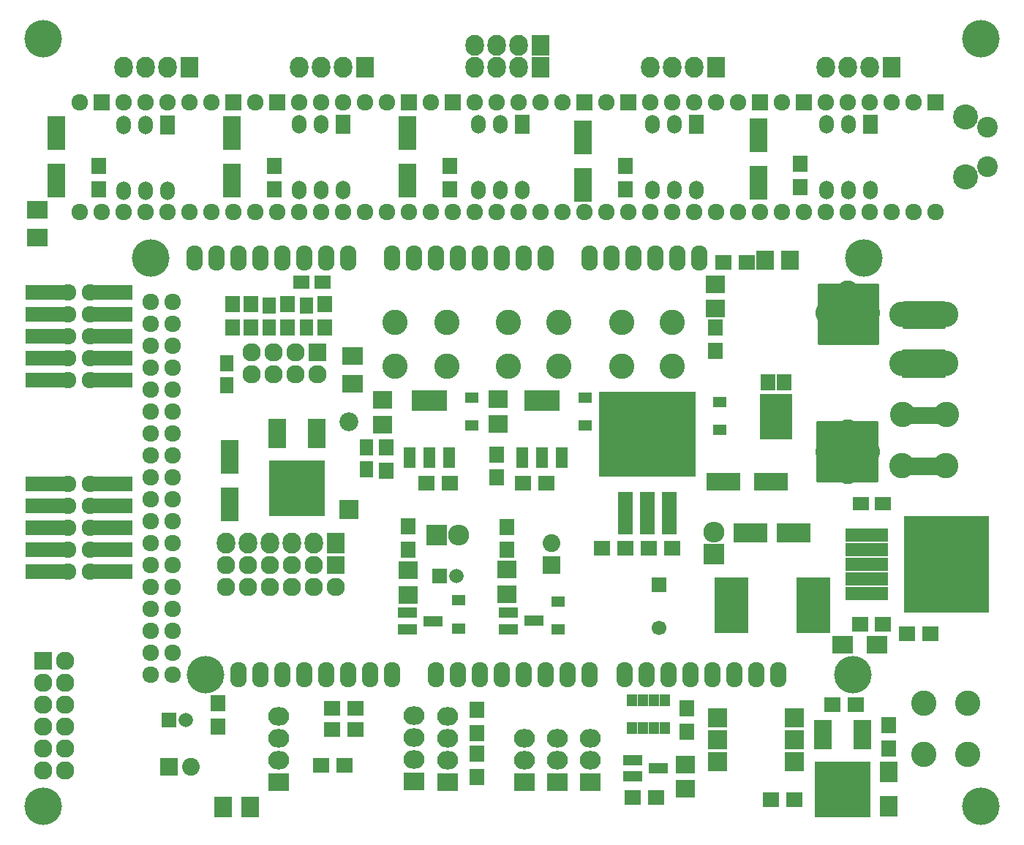
<source format=gbr>
G04 #@! TF.FileFunction,Soldermask,Top*
%FSLAX46Y46*%
G04 Gerber Fmt 4.6, Leading zero omitted, Abs format (unit mm)*
G04 Created by KiCad (PCBNEW 4.0.2-stable) date 4/3/2017 9:44:54 PM*
%MOMM*%
G01*
G04 APERTURE LIST*
%ADD10C,0.100000*%
%ADD11O,1.924000X2.940000*%
%ADD12C,4.337000*%
%ADD13C,1.924000*%
%ADD14R,1.924000X1.924000*%
%ADD15C,2.940000*%
%ADD16R,3.999180X2.000200*%
%ADD17R,3.956000X6.400000*%
%ADD18R,2.000200X3.999180*%
%ADD19R,1.620000X1.310000*%
%ADD20R,1.650000X1.900000*%
%ADD21R,1.900000X1.650000*%
%ADD22R,4.057600X2.432000*%
%ADD23R,1.416000X2.432000*%
%ADD24R,1.900000X1.700000*%
%ADD25R,2.432000X2.127200*%
%ADD26O,2.432000X2.127200*%
%ADD27R,2.127200X2.432000*%
%ADD28O,2.127200X2.432000*%
%ADD29R,1.700000X1.900000*%
%ADD30R,5.000000X1.500000*%
%ADD31R,9.800000X11.200000*%
%ADD32R,1.790000X5.000000*%
%ADD33R,11.200000X9.800000*%
%ADD34R,3.900120X2.200860*%
%ADD35R,1.997660X2.200860*%
%ADD36R,2.200860X1.997660*%
%ADD37C,2.400000*%
%ADD38C,2.900000*%
%ADD39R,2.127200X2.127200*%
%ADD40O,2.127200X2.127200*%
%ADD41C,2.432000*%
%ADD42O,1.670000X2.178000*%
%ADD43R,1.670000X2.178000*%
%ADD44R,2.051000X3.448000*%
%ADD45R,6.496000X6.496000*%
%ADD46R,1.300000X1.416000*%
%ADD47R,2.200860X1.200100*%
%ADD48R,1.700000X1.700000*%
%ADD49C,1.700000*%
%ADD50C,2.178000*%
%ADD51R,2.178000X2.178000*%
%ADD52R,2.432000X2.432000*%
%ADD53O,2.432000X2.432000*%
%ADD54R,2.051000X2.051000*%
%ADD55C,2.051000*%
%ADD56R,1.670000X1.797000*%
%ADD57C,1.670000*%
%ADD58R,2.200000X2.200000*%
%ADD59R,2.000000X2.400000*%
%ADD60R,2.400000X2.000000*%
%ADD61R,1.797000X1.924000*%
%ADD62R,3.778200X5.276800*%
%ADD63R,4.718000X1.670000*%
%ADD64R,2.429460X2.051000*%
%ADD65R,2.051000X2.429460*%
%ADD66C,0.254000*%
G04 APERTURE END LIST*
D10*
D11*
X148082000Y-124460000D03*
X145542000Y-124460000D03*
X143002000Y-124460000D03*
X140462000Y-124460000D03*
X137922000Y-124460000D03*
X135382000Y-124460000D03*
X132842000Y-124460000D03*
X130302000Y-124460000D03*
X125222000Y-76200000D03*
X127762000Y-76200000D03*
X130302000Y-76200000D03*
X132842000Y-76200000D03*
X143002000Y-76200000D03*
X148082000Y-76200000D03*
X150622000Y-76200000D03*
X140462000Y-76200000D03*
X137922000Y-76200000D03*
X135382000Y-76200000D03*
X153162000Y-76200000D03*
X155702000Y-76200000D03*
X158242000Y-76200000D03*
X165862000Y-76200000D03*
X163322000Y-76200000D03*
X160782000Y-76200000D03*
X170942000Y-76200000D03*
X173482000Y-76200000D03*
X176022000Y-76200000D03*
X181102000Y-76200000D03*
X183642000Y-76200000D03*
X153162000Y-124460000D03*
X155702000Y-124460000D03*
X158242000Y-124460000D03*
X160782000Y-124460000D03*
X163322000Y-124460000D03*
X165862000Y-124460000D03*
X168402000Y-124460000D03*
X170942000Y-124460000D03*
X175006000Y-124460000D03*
X177546000Y-124460000D03*
X180086000Y-124460000D03*
X182626000Y-124460000D03*
X185166000Y-124460000D03*
X187706000Y-124460000D03*
X190246000Y-124460000D03*
X192786000Y-124460000D03*
X178562000Y-76200000D03*
D12*
X120142000Y-76200000D03*
X126492000Y-124460000D03*
X201422000Y-124460000D03*
X202692000Y-76200000D03*
D13*
X122682000Y-121920000D03*
X120142000Y-121920000D03*
X122682000Y-119380000D03*
X120142000Y-119380000D03*
X122682000Y-116840000D03*
X120142000Y-116840000D03*
X122682000Y-114300000D03*
X120142000Y-114300000D03*
X122682000Y-124460000D03*
X120142000Y-124460000D03*
X120142000Y-111760000D03*
X122682000Y-111760000D03*
X122682000Y-109220000D03*
X120142000Y-109220000D03*
X122682000Y-106680000D03*
X120142000Y-106680000D03*
X122682000Y-104140000D03*
X120142000Y-104140000D03*
X122682000Y-101600000D03*
X120142000Y-101600000D03*
X122682000Y-99060000D03*
X120142000Y-99060000D03*
X122682000Y-96520000D03*
X120142000Y-96520000D03*
X122682000Y-93980000D03*
X120142000Y-93980000D03*
X122682000Y-91440000D03*
X120142000Y-91440000D03*
X122682000Y-88900000D03*
X120142000Y-88900000D03*
X122682000Y-86360000D03*
X120142000Y-86360000D03*
X122682000Y-83820000D03*
X120142000Y-83820000D03*
X122682000Y-81280000D03*
X120142000Y-81280000D03*
D14*
X150050500Y-58166000D03*
D13*
X147510500Y-58166000D03*
X144970500Y-58166000D03*
X142430500Y-58166000D03*
X139890500Y-58166000D03*
X137350500Y-58166000D03*
D14*
X134810500Y-58166000D03*
D13*
X132270500Y-58166000D03*
X132270500Y-70866000D03*
X134810500Y-70866000D03*
X137350500Y-70866000D03*
X139890500Y-70866000D03*
X142430500Y-70866000D03*
X144970500Y-70866000D03*
X147510500Y-70866000D03*
X150050500Y-70866000D03*
D15*
X174671091Y-83705444D03*
X174671091Y-88785444D03*
D16*
X191980820Y-102108000D03*
X186479180Y-102108000D03*
D17*
X196881500Y-116443000D03*
X187381500Y-116443000D03*
D18*
X129311400Y-99230180D03*
X129311400Y-104731820D03*
D14*
X170370500Y-58166000D03*
D13*
X167830500Y-58166000D03*
X165290500Y-58166000D03*
X162750500Y-58166000D03*
X160210500Y-58166000D03*
X157670500Y-58166000D03*
D14*
X155130500Y-58166000D03*
D13*
X152590500Y-58166000D03*
X152590500Y-70866000D03*
X155130500Y-70866000D03*
X157670500Y-70866000D03*
X160210500Y-70866000D03*
X162750500Y-70866000D03*
X165290500Y-70866000D03*
X167830500Y-70866000D03*
X170370500Y-70866000D03*
D14*
X211010500Y-58166000D03*
D13*
X208470500Y-58166000D03*
X205930500Y-58166000D03*
X203390500Y-58166000D03*
X200850500Y-58166000D03*
X198310500Y-58166000D03*
D14*
X195770500Y-58166000D03*
D13*
X193230500Y-58166000D03*
X193230500Y-70866000D03*
X195770500Y-70866000D03*
X198310500Y-70866000D03*
X200850500Y-70866000D03*
X203390500Y-70866000D03*
X205930500Y-70866000D03*
X208470500Y-70866000D03*
X211010500Y-70866000D03*
D19*
X155829000Y-115840000D03*
X155829000Y-119110000D03*
D15*
X207060800Y-82753200D03*
X212140800Y-82753200D03*
X207086200Y-88417400D03*
X212166200Y-88417400D03*
X207162400Y-94310200D03*
X212242400Y-94310200D03*
D14*
X129730500Y-58166000D03*
D13*
X127190500Y-58166000D03*
X124650500Y-58166000D03*
X122110500Y-58166000D03*
X119570500Y-58166000D03*
X117030500Y-58166000D03*
D14*
X114490500Y-58166000D03*
D13*
X111950500Y-58166000D03*
X111950500Y-70866000D03*
X114490500Y-70866000D03*
X117030500Y-70866000D03*
X119570500Y-70866000D03*
X122110500Y-70866000D03*
X124650500Y-70866000D03*
X127190500Y-70866000D03*
X129730500Y-70866000D03*
D15*
X180513090Y-83705444D03*
X180513090Y-88785444D03*
D14*
X190690500Y-58166000D03*
D13*
X188150500Y-58166000D03*
X185610500Y-58166000D03*
X183070500Y-58166000D03*
X180530500Y-58166000D03*
X177990500Y-58166000D03*
D14*
X175450500Y-58166000D03*
D13*
X172910500Y-58166000D03*
X172910500Y-70866000D03*
X175450500Y-70866000D03*
X177990500Y-70866000D03*
X180530500Y-70866000D03*
X183070500Y-70866000D03*
X185610500Y-70866000D03*
X188150500Y-70866000D03*
X190690500Y-70866000D03*
D18*
X190500000Y-62019180D03*
X190500000Y-67520820D03*
X170180000Y-62273180D03*
X170180000Y-67774820D03*
X149860000Y-61765180D03*
X149860000Y-67266820D03*
X129540000Y-61765180D03*
X129540000Y-67266820D03*
X109220000Y-61765180D03*
X109220000Y-67266820D03*
D20*
X128955800Y-88437400D03*
X128955800Y-90937400D03*
X133883400Y-84257200D03*
X133883400Y-81757200D03*
X138150600Y-84257200D03*
X138150600Y-81757200D03*
D21*
X140061000Y-79019400D03*
X137561000Y-79019400D03*
D22*
X165481000Y-92710000D03*
D23*
X165481000Y-99314000D03*
X167767000Y-99314000D03*
X163195000Y-99314000D03*
D24*
X177783500Y-109855000D03*
X180483500Y-109855000D03*
X175086000Y-109855000D03*
X172386000Y-109855000D03*
D15*
X207137000Y-100253800D03*
X212217000Y-100253800D03*
D25*
X135001000Y-136906000D03*
D26*
X135001000Y-134366000D03*
X135001000Y-131826000D03*
X135001000Y-129286000D03*
D27*
X205930500Y-54102000D03*
D28*
X203390500Y-54102000D03*
X200850500Y-54102000D03*
X198310500Y-54102000D03*
D27*
X185610500Y-54102000D03*
D28*
X183070500Y-54102000D03*
X180530500Y-54102000D03*
X177990500Y-54102000D03*
D27*
X165303200Y-51562000D03*
D28*
X162763200Y-51562000D03*
X160223200Y-51562000D03*
X157683200Y-51562000D03*
D27*
X165303200Y-54102000D03*
D28*
X162763200Y-54102000D03*
X160223200Y-54102000D03*
X157683200Y-54102000D03*
D27*
X144970500Y-54102000D03*
D28*
X142430500Y-54102000D03*
X139890500Y-54102000D03*
X137350500Y-54102000D03*
D27*
X124650500Y-54102000D03*
D28*
X122110500Y-54102000D03*
X119570500Y-54102000D03*
X117030500Y-54102000D03*
D15*
X167386000Y-88773000D03*
X167386000Y-83693000D03*
X161544000Y-88773000D03*
X161544000Y-83693000D03*
D29*
X185547000Y-86973400D03*
X185547000Y-84273400D03*
X154813000Y-65579000D03*
X154813000Y-68279000D03*
X195326000Y-65325000D03*
X195326000Y-68025000D03*
X175133000Y-65579000D03*
X175133000Y-68279000D03*
X134493000Y-65579000D03*
X134493000Y-68279000D03*
X114173000Y-65579000D03*
X114173000Y-68279000D03*
D30*
X203073000Y-115096500D03*
X203073000Y-113396500D03*
X203073000Y-109996500D03*
D31*
X212223000Y-111696500D03*
D30*
X203073000Y-111696500D03*
X203073000Y-108296500D03*
D32*
X177673000Y-105797000D03*
D33*
X177673000Y-96647000D03*
D32*
X180213000Y-105797000D03*
X175133000Y-105797000D03*
D34*
X194586860Y-108077000D03*
X189588140Y-108077000D03*
D24*
X202231000Y-118618000D03*
X204931000Y-118618000D03*
X207692000Y-119761000D03*
X210392000Y-119761000D03*
D22*
X152400000Y-92710000D03*
D23*
X152400000Y-99314000D03*
X154686000Y-99314000D03*
X150114000Y-99314000D03*
D35*
X191302640Y-76454000D03*
X194142360Y-76454000D03*
D36*
X185547000Y-82064860D03*
X185547000Y-79225140D03*
X161417000Y-112295940D03*
X161417000Y-115135660D03*
X160401000Y-95399860D03*
X160401000Y-92560140D03*
X147015200Y-95501460D03*
X147015200Y-92661740D03*
X149987000Y-112397540D03*
X149987000Y-115237260D03*
D37*
X216969600Y-65593600D03*
X216969600Y-61093600D03*
D38*
X214469600Y-66843600D03*
X214469600Y-59843600D03*
D19*
X157353000Y-92345000D03*
X157353000Y-95615000D03*
X167322500Y-115967000D03*
X167322500Y-119237000D03*
X170434000Y-92345000D03*
X170434000Y-95615000D03*
D15*
X154432000Y-83693000D03*
X154432000Y-88773000D03*
X148463000Y-88773000D03*
X148463000Y-83693000D03*
D39*
X139446000Y-87096600D03*
D40*
X139446000Y-89636600D03*
X136906000Y-87096600D03*
X136906000Y-89636600D03*
X134366000Y-87096600D03*
X134366000Y-89636600D03*
X131826000Y-87096600D03*
X131826000Y-89636600D03*
D39*
X141605000Y-111760000D03*
D40*
X141605000Y-114300000D03*
X139065000Y-111760000D03*
X139065000Y-114300000D03*
X136525000Y-111760000D03*
X136525000Y-114300000D03*
X133985000Y-111760000D03*
X133985000Y-114300000D03*
X131445000Y-111760000D03*
X131445000Y-114300000D03*
X128905000Y-111760000D03*
X128905000Y-114300000D03*
D27*
X141605000Y-109220000D03*
D28*
X139065000Y-109220000D03*
X136525000Y-109220000D03*
X133985000Y-109220000D03*
X131445000Y-109220000D03*
X128905000Y-109220000D03*
D25*
X163449000Y-136906000D03*
D26*
X163449000Y-134366000D03*
X163449000Y-131826000D03*
D25*
X167259000Y-136906000D03*
D26*
X167259000Y-134366000D03*
X167259000Y-131826000D03*
D25*
X171069000Y-136906000D03*
D26*
X171069000Y-134366000D03*
X171069000Y-131826000D03*
D25*
X154559000Y-136906000D03*
D26*
X154559000Y-134366000D03*
X154559000Y-131826000D03*
X154559000Y-129286000D03*
D25*
X150622000Y-136842500D03*
D26*
X150622000Y-134302500D03*
X150622000Y-131762500D03*
X150622000Y-129222500D03*
D15*
X209677000Y-133680200D03*
X214757000Y-133680200D03*
X209677000Y-127812800D03*
X214757000Y-127812800D03*
D24*
X178616600Y-138734800D03*
X175916600Y-138734800D03*
D29*
X182168800Y-128342400D03*
X182168800Y-131042400D03*
D36*
X182041800Y-134876540D03*
X182041800Y-137716260D03*
D41*
X203352400Y-98679000D03*
X198272400Y-98679000D03*
X200812400Y-96139000D03*
X200812400Y-101219000D03*
X203352400Y-82575400D03*
X198272400Y-82575400D03*
X200812400Y-80035400D03*
X200812400Y-85115400D03*
D42*
X203479400Y-68351400D03*
D43*
X203479400Y-60731400D03*
D42*
X200939400Y-68351400D03*
X200939400Y-60731400D03*
X198399400Y-68351400D03*
X198399400Y-60731400D03*
X183286400Y-68376800D03*
D43*
X183286400Y-60756800D03*
D42*
X180746400Y-68376800D03*
X180746400Y-60756800D03*
X178206400Y-68376800D03*
X178206400Y-60756800D03*
X163195000Y-68326000D03*
D43*
X163195000Y-60706000D03*
D42*
X160655000Y-68326000D03*
X160655000Y-60706000D03*
X158115000Y-68326000D03*
X158115000Y-60706000D03*
X142392400Y-68376800D03*
D43*
X142392400Y-60756800D03*
D42*
X139852400Y-68376800D03*
X139852400Y-60756800D03*
X137312400Y-68376800D03*
X137312400Y-60756800D03*
X122097800Y-68427600D03*
D43*
X122097800Y-60807600D03*
D42*
X119557800Y-68427600D03*
X119557800Y-60807600D03*
X117017800Y-68427600D03*
X117017800Y-60807600D03*
D44*
X139369800Y-96520000D03*
D45*
X137083800Y-102870000D03*
D44*
X134797800Y-96520000D03*
D20*
X145084800Y-98140200D03*
X145084800Y-100640200D03*
D12*
X107696000Y-50800000D03*
X216281000Y-50800000D03*
X107696000Y-139700000D03*
X216281000Y-139700000D03*
D46*
X179654200Y-127431800D03*
X175844200Y-127431800D03*
X178384200Y-127431800D03*
X177114200Y-127431800D03*
X178384200Y-130683000D03*
X179654200Y-130683000D03*
X175844200Y-130683000D03*
X177114200Y-130683000D03*
D47*
X161541460Y-117287000D03*
X161541460Y-119187000D03*
X164543740Y-118237000D03*
X175917860Y-134381200D03*
X175917860Y-136281200D03*
X178920140Y-135331200D03*
X149857460Y-117312400D03*
X149857460Y-119212400D03*
X152859740Y-118262400D03*
D48*
X179006500Y-114046000D03*
D49*
X179006500Y-119046000D03*
D50*
X143126460Y-95185980D03*
D51*
X143126460Y-105345980D03*
D52*
X185356500Y-110490000D03*
D53*
X185356500Y-107950000D03*
D29*
X157924500Y-131271000D03*
X157924500Y-128571000D03*
X157924500Y-133651000D03*
X157924500Y-136351000D03*
D24*
X143844000Y-128333500D03*
X141144000Y-128333500D03*
X143844000Y-130810000D03*
X141144000Y-130810000D03*
D39*
X107721400Y-122834400D03*
D40*
X110261400Y-122834400D03*
X107721400Y-125374400D03*
X110261400Y-125374400D03*
X107721400Y-127914400D03*
X110261400Y-127914400D03*
X107721400Y-130454400D03*
X110261400Y-130454400D03*
X107721400Y-132994400D03*
X110261400Y-132994400D03*
X107721400Y-135534400D03*
X110261400Y-135534400D03*
D54*
X122286600Y-135162800D03*
D55*
X124786600Y-135162800D03*
D56*
X122232600Y-129727200D03*
D57*
X124232600Y-129727200D03*
D24*
X186406800Y-76682600D03*
X189106800Y-76682600D03*
X142548600Y-135001000D03*
X139848600Y-135001000D03*
D29*
X127965200Y-130483600D03*
X127965200Y-127783600D03*
D21*
X202394500Y-104648000D03*
X204894500Y-104648000D03*
D29*
X136017000Y-81555600D03*
X136017000Y-84255600D03*
X131749800Y-81555600D03*
X131749800Y-84255600D03*
X140258800Y-81555600D03*
X140258800Y-84255600D03*
X129590800Y-81555600D03*
X129590800Y-84255600D03*
D56*
X153550800Y-113064800D03*
D57*
X155550800Y-113064800D03*
D52*
X153263600Y-108280200D03*
D53*
X155803600Y-108280200D03*
D24*
X199081400Y-127914400D03*
X201781400Y-127914400D03*
X194644000Y-138938000D03*
X191944000Y-138938000D03*
D58*
X185801000Y-129489200D03*
X185801000Y-132029200D03*
X185801000Y-134569200D03*
X194691000Y-134569200D03*
X194691000Y-132029200D03*
X194691000Y-129489200D03*
D44*
X202488800Y-131445000D03*
D45*
X200202800Y-137795000D03*
D44*
X197916800Y-131445000D03*
D59*
X205562200Y-139744200D03*
X205562200Y-135744200D03*
D29*
X205562200Y-133023600D03*
X205562200Y-130323600D03*
D60*
X200260200Y-120980200D03*
X204260200Y-120980200D03*
D61*
X193451480Y-90576400D03*
X191612520Y-90576400D03*
D62*
X192532000Y-94564200D03*
D54*
X166531800Y-111774400D03*
D55*
X166531800Y-109274400D03*
D29*
X149961600Y-109960400D03*
X149961600Y-107260400D03*
X161417000Y-110036600D03*
X161417000Y-107336600D03*
X147396200Y-98116400D03*
X147396200Y-100816400D03*
X160172400Y-98954600D03*
X160172400Y-101654600D03*
D24*
X152091400Y-102311200D03*
X154791400Y-102311200D03*
X163216600Y-102311200D03*
X165916600Y-102311200D03*
D13*
X110591600Y-112547400D03*
X110591600Y-110007400D03*
X110591600Y-107467400D03*
X110591600Y-104927400D03*
X110591600Y-102387400D03*
X113131600Y-102387400D03*
X113131600Y-104927400D03*
X113131600Y-107467400D03*
X113131600Y-110007400D03*
D63*
X115671600Y-112547400D03*
X108051600Y-112547400D03*
X115671600Y-110007400D03*
X108051600Y-110007400D03*
X115671600Y-107467400D03*
X108051600Y-107467400D03*
X115671600Y-104927400D03*
X108051600Y-104927400D03*
X115671600Y-102387400D03*
X108051600Y-102387400D03*
D13*
X113131600Y-112547400D03*
X110566200Y-90322400D03*
X110566200Y-87782400D03*
X110566200Y-85242400D03*
X110566200Y-82702400D03*
X110566200Y-80162400D03*
X113106200Y-80162400D03*
X113106200Y-82702400D03*
X113106200Y-85242400D03*
X113106200Y-87782400D03*
D63*
X115646200Y-90322400D03*
X108026200Y-90322400D03*
X115646200Y-87782400D03*
X108026200Y-87782400D03*
X115646200Y-85242400D03*
X108026200Y-85242400D03*
X115646200Y-82702400D03*
X108026200Y-82702400D03*
X115646200Y-80162400D03*
X108026200Y-80162400D03*
D13*
X113106200Y-90322400D03*
D19*
X185978800Y-92878400D03*
X185978800Y-96148400D03*
D64*
X143510000Y-90738960D03*
X143510000Y-87569040D03*
D65*
X128498600Y-139821920D03*
X131668520Y-139821920D03*
D64*
X106984800Y-70652640D03*
X106984800Y-73822560D03*
D66*
G36*
X204322680Y-86116160D02*
X197413880Y-86116160D01*
X197413880Y-79258160D01*
X204322680Y-79258160D01*
X204322680Y-86116160D01*
X204322680Y-86116160D01*
G37*
X204322680Y-86116160D02*
X197413880Y-86116160D01*
X197413880Y-79258160D01*
X204322680Y-79258160D01*
X204322680Y-86116160D01*
G36*
X204221080Y-102052120D02*
X197261480Y-102052120D01*
X197261480Y-95168720D01*
X204221080Y-95168720D01*
X204221080Y-102052120D01*
X204221080Y-102052120D01*
G37*
X204221080Y-102052120D02*
X197261480Y-102052120D01*
X197261480Y-95168720D01*
X204221080Y-95168720D01*
X204221080Y-102052120D01*
G36*
X212003640Y-84272120D02*
X207294480Y-84272120D01*
X207294480Y-81259680D01*
X212003640Y-81259680D01*
X212003640Y-84272120D01*
X212003640Y-84272120D01*
G37*
X212003640Y-84272120D02*
X207294480Y-84272120D01*
X207294480Y-81259680D01*
X212003640Y-81259680D01*
X212003640Y-84272120D01*
G36*
X212039200Y-89951560D02*
X207203040Y-89951560D01*
X207203040Y-86857840D01*
X212039200Y-86857840D01*
X212039200Y-89951560D01*
X212039200Y-89951560D01*
G37*
X212039200Y-89951560D02*
X207203040Y-89951560D01*
X207203040Y-86857840D01*
X212039200Y-86857840D01*
X212039200Y-89951560D01*
G36*
X212013800Y-95234760D02*
X207391000Y-95234760D01*
X207391000Y-93558360D01*
X212013800Y-93558360D01*
X212013800Y-95234760D01*
X212013800Y-95234760D01*
G37*
X212013800Y-95234760D02*
X207391000Y-95234760D01*
X207391000Y-93558360D01*
X212013800Y-93558360D01*
X212013800Y-95234760D01*
G36*
X212115400Y-101229160D02*
X207370680Y-101229160D01*
X207370680Y-99451160D01*
X212115400Y-99451160D01*
X212115400Y-101229160D01*
X212115400Y-101229160D01*
G37*
X212115400Y-101229160D02*
X207370680Y-101229160D01*
X207370680Y-99451160D01*
X212115400Y-99451160D01*
X212115400Y-101229160D01*
M02*

</source>
